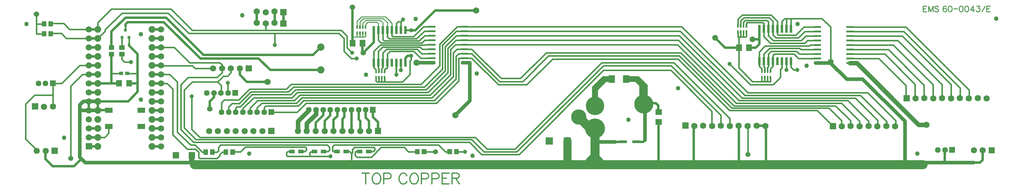
<source format=gtl>
G04 start of page 2 for group 3 layer_idx 0 *
G04 Title: AYAB-RS_E, top_copper *
G04 Creator: pcb-rnd 1.2.8 *
G04 CreationDate: 2018-05-30 20:35:32 UTC *
G04 For: Windell H. Oskay *
G04 Format: Gerber/RS-274X *
G04 PCB-Dimensions: 1100000 207000 *
G04 PCB-Coordinate-Origin: lower left *
%MOIN*%
%FSLAX25Y25*%
%LNTOP*%
%ADD63C,0.1200*%
%ADD62C,0.0300*%
%ADD61C,0.1250*%
%ADD60C,0.1100*%
%ADD59C,0.1480*%
%ADD58C,0.0910*%
%ADD57C,0.0350*%
%ADD56C,0.0352*%
%ADD55C,0.0360*%
%ADD54C,0.0380*%
%ADD53C,0.0650*%
%ADD52C,0.2100*%
%ADD51C,0.0800*%
%ADD50C,0.1700*%
%ADD49C,0.2050*%
%ADD48C,0.2200*%
%ADD47C,0.0636*%
%ADD46C,0.0679*%
%ADD45C,0.0560*%
%ADD44C,0.0460*%
%ADD43C,0.0001*%
%ADD42C,0.0750*%
%ADD41C,0.0700*%
%ADD40C,0.0119*%
%ADD39C,0.0200*%
%ADD38C,0.0900*%
%ADD37C,0.1000*%
%ADD36C,0.0600*%
%ADD35C,0.0500*%
%ADD34C,0.0150*%
%ADD33C,0.0100*%
%ADD32C,0.0400*%
%ADD31C,0.0250*%
G54D31*X95000Y125000D02*X85000D01*
X95000Y145000D02*X85000D01*
X95000Y155000D02*X85000D01*
Y95000D02*X84843Y95157D01*
X85000Y135000D02*X95000D01*
Y105000D02*X85000D01*
G54D32*X95000Y95000D02*X79000D01*
X75000Y91000D01*
X95000Y85000D02*X75000D01*
G54D31*X85000Y95000D02*Y85000D01*
X95000Y95000D02*Y85000D01*
G54D33*X95055Y85055D01*
G54D34*X65000Y31500D02*Y112000D01*
X29126Y114000D02*X29000Y113874D01*
X45185Y115689D02*Y89172D01*
X65000Y112000D02*X78000Y125000D01*
X44874Y115000D02*X45000Y114874D01*
X44874Y115000D02*X55000D01*
X75000Y135000D01*
X44874Y116000D02*X45185Y115689D01*
X15000Y92000D02*X25000Y102000D01*
X45185D01*
X78000Y125000D02*X85000D01*
X75000Y135000D02*X85000D01*
X54607Y170393D02*X60000Y165000D01*
X85500D01*
G54D32*X75000Y33000D02*X81000Y27000D01*
X75000Y33000D02*Y91000D01*
G54D31*X95000Y55000D02*X85000D01*
Y65000D02*X95000D01*
G54D34*X107000Y59500D02*Y67000D01*
X194000Y42000D02*X178000Y58000D01*
X199000Y64000D02*X208000Y55000D01*
X203500Y52500D02*X190500Y65500D01*
X187000Y63500D02*X201000Y49500D01*
X183000Y61000D02*X197500Y46500D01*
X202500D01*
X231000D02*X349000D01*
G54D31*X344382Y85000D02*Y79382D01*
X352256Y85000D02*Y79256D01*
X346028Y73028D01*
X368004Y77504D02*X365713Y75213D01*
X360130Y85000D02*Y78630D01*
X355870Y74370D01*
X368004Y85000D02*Y77504D01*
G54D34*X351500Y44000D02*X349000Y46500D01*
G54D31*X399500Y85000D02*Y77500D01*
X405083Y71917D01*
Y62000D01*
G54D34*X401500Y42700D02*X400500Y43700D01*
G54D31*X391626Y85000D02*Y76874D01*
X383752Y85000D02*Y74748D01*
X385398Y73102D01*
Y62000D01*
X375878Y85000D02*Y63378D01*
X391626Y76874D02*X395240Y73260D01*
Y62000D01*
X375878Y63378D02*X375000Y62500D01*
G54D34*X400500Y43700D02*X379200D01*
G54D31*X344382Y79382D02*X336185Y71185D01*
Y62000D01*
G54D35*X326343Y70343D02*Y62000D01*
X336508Y80508D02*X326343Y70343D01*
G54D31*X346028Y73028D02*Y62000D01*
X355870Y74370D02*Y62000D01*
X365713Y75213D02*Y62000D01*
G54D35*X336508Y85000D02*Y80508D01*
X316500Y72866D02*Y62000D01*
X328634Y85000D02*X316500Y72866D01*
G54D34*X279000Y83126D02*X279126Y83000D01*
Y88126D01*
X281000Y90000D01*
X263500Y83500D02*X264000Y83000D01*
X281000Y90000D02*X317000D01*
X271252Y83000D02*Y87752D01*
X315500Y83000D02*X287000D01*
X315500D02*X325500Y93000D01*
X271252Y87752D02*X276500Y93000D01*
X315000D01*
X263378Y83000D02*Y87378D01*
X239756Y83000D02*Y88756D01*
X243500Y92500D01*
X251500D01*
X255504Y83000D02*Y87004D01*
X247630Y83000D02*Y87630D01*
X249000Y89000D01*
X252500D01*
X470000Y93000D02*X325500D01*
G54D31*X95000Y45000D02*X85000D01*
X95055Y54945D02*X95000Y55000D01*
G54D34*X102500D01*
X107000Y59500D01*
G54D31*X95055Y85055D02*X107087D01*
G54D34*X15000Y53157D02*Y92000D01*
X775000Y84000D02*Y68000D01*
X785000D02*Y79500D01*
X795000Y76000D02*Y68000D01*
G54D31*X835000D02*Y28000D01*
X825000Y68000D02*X835000D01*
G54D34*X815000D02*Y36000D01*
G54D31*X805000Y68000D02*Y28000D01*
X755000Y68000D02*Y28000D01*
G54D35*X1001000Y72000D02*X1004000Y69000D01*
G54D34*X978500Y73500D02*Y68000D01*
G54D32*X988750Y72750D02*Y26250D01*
G54D35*X1004000Y69000D02*X1012500D01*
G54D34*X904500Y87500D02*X797000D01*
X799500Y90000D02*X912000D01*
X938500Y68000D02*Y73000D01*
X891500Y85000D02*X908500Y68000D01*
X794500Y85000D02*X891500D01*
X918500Y68000D02*Y73500D01*
X904500Y87500D01*
X912000Y90000D02*X928500Y73500D01*
Y68000D01*
X938500Y73000D02*X918500Y93000D01*
X802000D01*
X948500Y68000D02*Y73000D01*
X958500Y74000D02*Y68000D01*
X968500D02*Y72500D01*
G54D36*X199000Y35000D02*Y27000D01*
G54D34*X230000Y36000D02*Y34500D01*
X227000Y31500D01*
X207500D01*
X206500Y32500D01*
X376000Y37000D02*Y27000D01*
X304000Y35000D02*X305000Y34000D01*
X352500D02*X305000D01*
X380000Y35000D02*X382000Y33000D01*
X397800D01*
G54D37*X645500Y32500D02*X650000Y28000D01*
G54D34*X520000Y36000D02*X561500D01*
X367760Y39100D02*X373900D01*
X376000Y37000D01*
X393760Y39100D02*X399900D01*
X308860D02*X305100D01*
X358860D02*X355900D01*
X383860D02*X380600D01*
X343760D02*X349900D01*
X320760D02*X324100D01*
X305100D02*X304000Y38000D01*
Y35000D01*
X355900Y39100D02*X355000Y40000D01*
Y45000D01*
X356500Y46500D01*
X472240D01*
X456240Y39393D02*X456633Y39000D01*
X462000D01*
X469000D01*
X501500D02*X491980D01*
X479740D02*X484500D01*
X201000Y49500D02*X506500D01*
X334000Y39000D02*X331000D01*
X326000Y41000D02*Y43000D01*
X349900Y39100D02*X351500Y40700D01*
Y44000D01*
X408500Y43700D02*X434300D01*
X439000Y39000D01*
X399900Y39100D02*X401500Y40700D01*
Y42700D01*
X379200Y43700D02*X377000Y41500D01*
X324100Y39100D02*X326000Y41000D01*
Y43000D02*X324800Y44200D01*
X258200D01*
X228500Y40000D02*Y44000D01*
X231000Y46500D01*
X472240D02*X479740Y39000D01*
X439000D02*X448760D01*
X506500Y49500D02*X520000Y36000D01*
X559000Y39000D02*X522500D01*
X526000Y42000D02*X557000D01*
X380600Y39100D02*X380000Y38500D01*
Y35000D01*
G54D31*X688200Y50000D02*X699000D01*
G54D37*X645500Y28500D02*X645000Y28000D01*
X645500Y33500D02*X640000Y28000D01*
G54D31*X673600Y50000D02*X647000D01*
G54D32*X988750Y26250D02*X988500Y26000D01*
G54D31*X1032874Y40500D02*X1033000Y40374D01*
Y27000D01*
G54D32*X81000D02*X1065000D01*
G54D37*X1009000Y24500D02*X202000D01*
G54D34*X206500Y32500D02*Y38500D01*
X203000Y42000D01*
X194000D01*
X202500Y46500D02*X210500Y38500D01*
X214260D01*
X228500Y40000D02*X227000Y38500D01*
X232500D02*X230000Y36000D01*
X227000Y38500D02*X221740D01*
X244240Y38893D02*X252893D01*
X236760D02*X236367Y38500D01*
X232500D01*
X258200Y44200D02*X252893Y38893D01*
X331000Y39000D02*X329500Y37500D01*
X376000Y37000D02*X377000Y38000D01*
Y41500D01*
X397800Y33000D02*X408500Y43700D01*
X329500Y37500D02*Y34000D01*
G54D32*X645500Y50000D02*X668000D01*
G54D38*X615000Y51000D02*Y26500D01*
G54D31*X37000Y41000D02*Y31000D01*
G54D34*X27157Y41000D02*X15000Y53157D01*
G54D31*X37000Y31000D02*X45000Y23000D01*
X68500D01*
X76750Y31250D01*
G54D34*X522500Y39000D02*X509000Y52500D01*
X203500D02*X509000D01*
X208000Y55000D02*X513000D01*
X526000Y42000D01*
G54D31*X1065000Y27000D02*X1072000D01*
X1075000Y30000D01*
Y40000D02*Y30000D01*
X699000Y50000D02*X701000Y52000D01*
G54D32*Y92000D02*Y52000D01*
G54D31*X715607Y71989D02*X716000Y71596D01*
Y27000D01*
X715607Y83011D02*Y90393D01*
G54D32*X645500Y65000D02*X646000Y64500D01*
G54D31*X645500Y65000D02*X643000Y62500D01*
X645500Y65000D02*X648000Y62500D01*
G54D37*X627500Y77500D02*X641500Y63500D01*
X645500Y65000D02*Y28500D01*
Y65000D02*Y33500D01*
Y65000D02*Y32500D01*
X641500Y63500D02*X647000D01*
G54D31*X95000Y165000D02*X85000D01*
G54D34*X95000D02*X103000Y173000D01*
Y174500D01*
X121500Y147260D02*Y141500D01*
G54D31*X109607Y147260D02*X110000Y146867D01*
G54D34*X121760Y166134D02*X121500Y165874D01*
Y154740D01*
Y141500D02*X124500Y138500D01*
X131500D01*
X120457Y126000D02*X110000D01*
G54D31*X85000Y115000D02*X118489D01*
G54D34*X127149Y126000D02*X139000D01*
Y115000D02*X129511D01*
G54D31*X139000D02*X130000D01*
X110000Y146867D02*Y115000D01*
Y172500D02*Y154740D01*
X139000Y105500D02*Y126000D01*
Y147500D01*
X129500Y157000D01*
Y158500D01*
G54D34*X129240Y166134D02*X129500Y165874D01*
Y158500D01*
G54D31*X95000Y95000D02*X128500D01*
X139000Y105500D01*
X95000Y175000D02*X85000D01*
G54D34*X95000D02*Y182500D01*
X110000Y197500D01*
G54D31*X125500Y180500D02*X128000Y183000D01*
X125500Y180500D02*Y178500D01*
G54D34*Y174007D02*Y180000D01*
X103000Y174500D02*X121500Y193000D01*
G54D31*X125500Y188000D02*X110000Y172500D01*
G54D34*X199500Y174000D02*X266000D01*
X425500Y181500D02*Y174100D01*
G54D31*X446500Y174000D02*X468500Y196000D01*
G54D34*X433000Y186000D02*X430500Y183500D01*
Y174100D01*
Y183500D02*X427500D01*
X425500Y181500D01*
X195500Y170500D02*X362000D01*
G54D31*X271000Y193000D02*Y184000D01*
X291000Y193000D02*Y183000D01*
X300500Y181500D02*Y194000D01*
G54D34*X266000Y174000D03*
X281000Y183000D02*Y174000D01*
G54D31*X468500Y196000D02*X513500D01*
X376989Y159500D02*X377000Y199500D01*
X400500Y160500D02*Y174100D01*
G54D34*X364500Y174000D02*X371000Y167500D01*
X362000Y170500D02*X367500Y165000D01*
X110000Y197500D02*X176000D01*
X183000Y190500D01*
X35260Y181393D02*X34867Y181000D01*
X27000D01*
Y170000D02*X35260D01*
X42740Y181393D02*X57107D01*
X42740Y170393D02*X54607D01*
X121500Y193000D02*X173000D01*
G54D31*X128000Y183000D02*X168000D01*
X170500Y188000D02*X125500D01*
G54D34*X57107Y181393D02*X63500Y175000D01*
X84500D01*
X27000Y170000D02*Y192000D01*
X173000Y193000D02*X195500Y170500D01*
X183000Y190500D02*X187000Y186500D01*
X199500Y174000D01*
G54D31*X165000Y175000D02*X155000D01*
G54D34*X199500Y134500D02*X165500D01*
X165000Y135000D01*
Y155000D02*X179500D01*
X196500Y138000D01*
X232500Y131500D02*X233000Y132000D01*
X232500Y135500D02*X232472Y131500D01*
X196500Y138000D02*X230000D01*
X232500Y135500D01*
X232315Y132685D02*Y131500D01*
X222630D02*X202500D01*
X199500Y134500D01*
G54D31*X168000Y183000D02*X208500Y142500D01*
X232500D01*
D03*
X212000Y146500D02*X170500Y188000D01*
G54D34*X310000Y99000D02*X316000Y105000D01*
X453000Y114000D02*X309000D01*
X456500Y111000D02*X311500D01*
X314000Y108000D02*X458500D01*
X318500Y102000D02*X463000D01*
X460500Y105000D02*X316000D01*
X465000Y99000D02*X321000D01*
X462000Y168000D02*X458500D01*
X456400Y173000D02*X465000D01*
X456700Y168000D02*X459000D01*
X454000Y160000D02*X457000Y163000D01*
X465000D01*
X457000Y157500D02*X457500Y158000D01*
X465000D01*
X449000Y165600D02*X456400Y173000D01*
G54D33*X391450Y177307D02*X391500Y177357D01*
Y180500D01*
X394000Y183000D01*
X404000D01*
X405500Y181500D01*
G54D34*Y177200D02*Y163000D01*
X408500Y160000D01*
G54D33*X405500Y181500D02*Y175500D01*
X410500Y182500D02*Y174500D01*
X420500Y182000D02*Y176500D01*
X415500Y182500D02*Y176000D01*
X388300Y177307D02*Y181800D01*
X385150Y177307D02*Y183150D01*
X389000Y187000D01*
X382001Y177307D02*Y184001D01*
X387000Y189000D01*
G54D34*X371000Y167500D02*Y154500D01*
X376500Y149000D01*
D03*
X367500Y150500D02*X375500Y142500D01*
G54D33*X390500Y166500D02*X378000D01*
X376989Y165489D01*
Y159500D01*
G54D34*X375500Y142500D02*X381500D01*
G54D33*X388300Y181800D02*X391500Y185000D01*
X391450Y170614D02*X391500Y170564D01*
Y167500D01*
X390500Y166500D01*
X388300Y166800D02*Y170614D01*
X388000Y166500D02*X388300Y166800D01*
X385000Y166500D02*X385150Y166650D01*
Y170614D01*
X382000Y166500D02*X382001Y166501D01*
Y170614D01*
X391500Y185000D02*X408000D01*
X410500Y182500D01*
X389000Y187000D02*X411000D01*
X415500Y182500D01*
X387000Y189000D02*X413500D01*
X420500Y182000D01*
G54D34*X445500Y167900D02*X455600Y178000D01*
X444500Y166900D02*X446100Y168500D01*
X435500Y177200D02*Y174000D01*
Y174100D02*X435600Y174000D01*
G54D39*X442000D01*
G54D31*X446500D01*
G54D34*X408500Y160000D02*X454000D01*
X412000Y162300D02*X451000D01*
X448000Y164600D02*X417500D01*
X421500Y166900D02*X444500D01*
X407500Y157500D02*X457000D01*
X415500Y177200D02*Y166600D01*
X417500Y164600D02*X415500Y166600D01*
X420500Y177200D02*Y167900D01*
X421500Y166900D01*
X410500Y177200D02*Y163800D01*
X412000Y162300D01*
X451000D02*X456700Y168000D01*
X448950Y165550D02*X448000Y164600D01*
X494500Y148000D02*X509000D01*
X492500Y153000D02*X509000D01*
X492500D02*X488500Y149000D01*
X491500Y145000D02*X494500Y148000D01*
X462000Y153000D02*X454200D01*
X400500Y141000D02*Y150500D01*
X405500D02*Y137900D01*
X410500Y149000D02*Y137900D01*
X402953Y130147D02*X400500Y132600D01*
Y137900D01*
X405600Y131400D02*Y133000D01*
D03*
Y135602D01*
X415500Y141000D02*Y147500D01*
X418600Y150600D01*
G54D39*X425500Y137900D02*Y131500D01*
G54D34*X415500Y132100D02*Y137900D01*
X409252Y131252D02*X410600Y132600D01*
Y133400D01*
D03*
Y135602D01*
X413600Y131400D02*X414800D01*
X415500Y132100D01*
X430500Y129500D02*Y137900D01*
G54D31*X435500Y143000D02*Y137900D01*
G54D34*X440500Y124900D02*Y139700D01*
X442000Y141200D01*
Y145500D01*
G54D31*X438000D01*
X435500Y143000D01*
G54D39*X425500Y131500D02*Y124500D01*
G54D34*X406102Y128000D02*X406200Y128098D01*
X402953Y121307D02*X402900Y121254D01*
Y117500D01*
X403800Y116600D01*
X406200D02*X406102Y116698D01*
Y121307D01*
X403800Y116600D02*X432200D01*
X409200D02*X409252Y116652D01*
Y121307D01*
X412400Y116600D02*X412402Y116602D01*
Y121307D01*
X432200Y116600D02*X440500Y124900D01*
X406200Y128098D02*Y130800D01*
X409252Y128000D02*Y131252D01*
X412402Y128000D02*X412400Y128002D01*
Y130200D01*
X413600Y131400D01*
X402953Y128000D02*Y130147D01*
X406200Y130800D02*X405600Y131400D01*
X454200Y153000D02*X452000Y155200D01*
X444900Y150600D02*X452500Y143000D01*
G54D32*X465000Y138000D02*X448000D01*
G54D34*X462000Y148000D02*X453400D01*
X448500Y152900D01*
X400500Y150500D02*X407500Y157500D01*
G54D31*X389000Y149000D02*X388011Y149989D01*
Y156700D01*
X389000Y149000D02*X400500Y160500D01*
G54D34*X452000Y155200D02*X410200D01*
X405500Y150500D01*
X414400Y152900D02*X410500Y149000D01*
X448500Y152900D02*X414400D01*
X418600Y150600D02*X444900D01*
X493000Y178000D02*X473500Y158500D01*
X492000Y173000D02*X476500Y157500D01*
X479500Y155500D02*X492000Y168000D01*
X491500Y163000D02*X482500Y154000D01*
X485500Y152500D02*X491000Y158000D01*
X498000Y173000D02*X492000D01*
Y168000D02*X501000D01*
X498000Y163000D02*X491500D01*
X491000Y158000D02*X501000D01*
X467500Y96000D02*X323000D01*
X452500Y143000D02*X465000D01*
X473500Y134500D02*X453000Y114000D01*
G54D32*X462000Y138000D02*X467000D01*
G54D34*X476500Y131000D02*X456500Y111000D01*
X458500Y108000D02*X479500Y129000D01*
X482500Y127000D02*X460500Y105000D01*
X463000Y102000D02*X485500Y124500D01*
X495000Y143000D02*X509000D01*
G54D32*X506500Y138000D02*X499000D01*
G54D34*X495000Y143000D02*X494500Y142500D01*
G54D32*X507000Y95500D02*Y138000D01*
G54D34*X488500Y122500D02*X465000Y99000D01*
X467500Y96000D02*X491500Y120000D01*
X494500Y117500D02*X470000Y93000D01*
G54D32*X491000Y79500D02*X507000Y95500D01*
G54D34*X491500Y120000D02*Y145000D01*
X494500Y142500D02*Y117500D01*
X488500Y149000D02*Y122500D01*
X485500Y124500D02*Y152500D01*
X482500Y154000D02*Y127000D01*
X479500Y129000D02*Y155500D01*
X476500Y157500D02*Y131000D01*
X473500Y158500D02*Y134500D01*
X317000Y90000D02*X323000Y96000D01*
X266000Y174000D02*X364500D01*
G54D31*X273000Y142500D02*X285800Y129700D01*
X342000D01*
X278000Y146500D02*X333350Y146650D01*
X342000Y155300D01*
G54D34*X291000Y157500D02*Y170500D01*
X315000Y93000D02*X321000Y99000D01*
X312500Y96000D02*X318500Y102000D01*
X367500Y165000D02*Y150500D01*
X178000Y58000D02*Y108500D01*
X183000Y116500D02*Y61000D01*
X199000Y64000D02*Y100500D01*
X190500Y65500D02*Y107500D01*
X199500Y116500D01*
X187000Y113500D02*X195000Y121500D01*
X178000Y108500D02*X171500Y115000D01*
X174500Y125000D02*X183000Y116500D01*
X171500Y115000D02*X166000D01*
X239000Y115500D02*Y105331D01*
X199500Y116500D02*X227500D01*
X231500Y104331D02*X231000Y103831D01*
X227500Y116500D02*X231500Y112500D01*
G54D31*X223378Y104831D02*Y99378D01*
X219000Y95000D01*
Y86500D01*
G54D34*X231500Y112500D02*Y104331D01*
X231882Y83000D02*Y93382D01*
X235000Y96500D01*
X239000Y105331D02*X239500Y104831D01*
X235000Y96500D02*X251000D01*
X263378Y87378D02*X272000Y96000D01*
X312500D01*
X267500Y99000D02*X310000D01*
X266000Y102500D02*X308500D01*
X264500Y105500D02*X306000D01*
X263000Y108500D02*X303500D01*
X308500Y102500D02*X314000Y108000D01*
X306000Y105500D02*X311500Y111000D01*
X303500Y108500D02*X309000Y114000D01*
G54D31*X260000Y116500D02*X283000D01*
G54D34*X255504Y87004D02*X267500Y99000D01*
X252500Y89000D02*X266000Y102500D01*
X251500Y92500D02*X264500Y105500D01*
X251000Y96500D02*X263000Y108500D01*
X165000Y125000D02*X174500D01*
X195000Y121500D02*X227000D01*
G54D31*X232500Y142500D02*X273000D01*
G54D34*X242315Y131500D02*Y126815D01*
X238500Y123000D01*
X234000D01*
X227000Y121500D02*X232500Y127000D01*
Y131500D01*
G54D31*X252157D02*Y124343D01*
X260000Y116500D01*
G54D34*X234000Y123000D02*X227500Y116500D01*
G54D31*X278000Y146500D02*X212000D01*
G54D34*X540000Y117000D02*X509000Y148000D01*
X541500Y120500D02*X563000D01*
X591500Y149000D01*
X594000Y145500D02*X565500Y117000D01*
X540000D01*
X591500Y149000D02*X740500D01*
X739000Y145500D02*X594000D01*
G54D31*X690000Y120500D02*X691500D01*
G54D34*X598500Y142000D02*X737500D01*
G54D31*X680000Y120500D02*X689500D01*
X680000D02*X681000Y121500D01*
X693500D01*
X692000Y120500D02*X690000D01*
X663000Y121500D02*X663500Y121000D01*
X665500Y121500D02*X654500D01*
X658000Y121000D02*X657500Y121500D01*
X655500D01*
X661500Y118000D02*X658000D01*
X659500Y121500D01*
X661000Y120000D02*X660500Y119500D01*
X664000Y120500D02*X661500Y118000D01*
X659500Y121500D02*X663000D01*
X663500Y121000D02*Y120000D01*
X661000D01*
X680000Y120500D02*Y118000D01*
X690500D01*
X689500Y120500D02*X696000Y114000D01*
X702500Y112500D02*X694500Y120500D01*
X693500Y121500D02*X698500Y116500D01*
X690500Y118000D02*X699500Y109000D01*
X697500Y115000D02*X692000Y120500D01*
X691500D02*X701000Y111000D01*
X696000Y114000D02*Y96500D01*
X698500Y94000D01*
X702500Y98000D01*
Y112500D01*
X697500Y94000D02*Y115000D01*
X701000Y111000D02*Y101000D01*
X645500Y106000D02*X657500Y118000D01*
X662000D01*
X654500Y121500D02*X643500Y110500D01*
X647500D02*X658000Y121000D01*
X655500Y121500D02*X645500Y111500D01*
X643500Y110500D02*Y96500D01*
X645500Y94500D01*
X647500Y96500D01*
Y110500D01*
X713000Y93000D02*X704500D01*
G54D34*X570000Y113500D02*X598500Y142000D01*
X538500Y113500D02*X570000D01*
X538500D02*X509000Y143000D01*
Y153000D02*X541500Y120500D01*
X491000Y158000D02*X737000D01*
X738000Y163000D02*X491500D01*
X492000Y168000D02*X739000D01*
X740000Y173000D02*X492000D01*
X493000Y178000D02*X741500D01*
X455600D02*X465000D01*
X653000Y138000D02*X733000D01*
X655000Y129500D02*X729500D01*
G54D31*X715607Y90393D02*X713000Y93000D01*
G54D34*X730000Y134500D02*X655000D01*
G54D31*X699500Y109000D02*Y92000D01*
X697500Y94000D01*
G54D34*X785000Y79500D02*X730000Y134500D01*
X733000Y138000D02*X795000Y76000D01*
X729500Y129500D02*X775000Y84000D01*
X797000Y87500D02*X739000Y145500D01*
X737500Y142000D02*X794500Y85000D01*
X740500Y149000D02*X799500Y90000D01*
X802000Y93000D02*X737000Y158000D01*
X805000Y96000D02*X738000Y163000D01*
X739000Y168000D02*X808500Y98500D01*
X811500Y101500D02*X740000Y173000D01*
X807000Y166500D02*X806850Y166650D01*
Y171500D01*
X803701Y166799D02*X804000Y166500D01*
X810000D02*Y171500D01*
G54D31*X789500Y154500D02*X804989D01*
G54D34*X803701Y171500D02*Y166799D01*
X741500Y178000D02*X815000Y104500D01*
G54D31*X778500Y165500D02*X789500Y154500D01*
G54D34*X804000Y166500D02*X812500D01*
X813150Y167150D01*
Y171500D01*
X804989Y154489D02*Y132011D01*
X805000Y166500D02*X804989Y154500D01*
G54D31*X823500D02*X816011D01*
X820000Y164000D02*X827500D01*
G54D34*X794500Y136500D02*X817500Y113500D01*
X804989Y132011D02*X820000Y117000D01*
X827500Y140500D02*Y134000D01*
Y140500D02*Y150000D01*
G54D31*Y175600D02*Y158500D01*
X823500Y154500D01*
G54D34*X814000Y182500D02*X831500D01*
X813150Y178193D02*Y181650D01*
X814000Y182500D01*
X810000Y178193D02*Y183000D01*
X812000Y185000D01*
X836000D01*
X837500Y183500D02*Y179000D01*
X806850Y178193D02*Y184350D01*
X810500Y188000D01*
X803701Y178193D02*Y186201D01*
X808500Y191000D01*
X837500Y176700D02*Y168000D01*
X831500Y182500D02*X832500Y181500D01*
Y177000D01*
X836000Y185000D02*X837500Y183500D01*
X810500Y188000D02*X838500D01*
X842500Y184000D01*
Y179000D01*
X808500Y191000D02*X840500D01*
X827500Y150000D02*X834000Y156500D01*
X838700Y153700D02*X832500Y147500D01*
X833500Y129193D02*Y132500D01*
X832500Y133500D01*
X827500Y134000D02*X830351Y131149D01*
Y128193D01*
Y121500D02*Y117149D01*
X832500Y147500D02*Y137400D01*
Y133500D02*Y137500D01*
X830351Y117149D02*X830500Y117000D01*
X839800D01*
Y117200D01*
X817500Y113500D02*X843000D01*
X820000Y117000D02*X830351D01*
X833500D02*Y121500D01*
X836500Y117000D02*X836650Y117150D01*
Y121500D01*
X839800Y117200D02*Y121500D01*
X837500Y147500D02*Y137400D01*
Y139400D02*Y133500D01*
X836650Y132650D01*
Y128193D01*
X839800D02*Y131300D01*
X832500Y167000D02*X840000Y159500D01*
X843000Y113500D02*X851000Y121500D01*
Y130500D01*
X840500Y150500D02*X837500Y147500D01*
X842500Y140000D02*Y146000D01*
X844000Y147500D01*
X839800Y131300D02*X842500Y134000D01*
Y140000D01*
X851000Y130500D02*X852500Y132000D01*
Y139400D02*Y132000D01*
Y184000D02*Y175600D01*
X832500Y176700D02*Y167000D01*
X837500Y168000D02*X843000Y162500D01*
X840500Y191000D02*X847500Y184000D01*
Y179000D01*
X842500Y176700D02*Y169000D01*
X847500Y176700D02*Y169500D01*
X846000Y165500D02*X842500Y169000D01*
X847500Y169500D02*X848500Y168500D01*
X840000Y159500D02*X878000D01*
X843000Y162500D02*X874000D01*
X871000Y165500D02*X846000D01*
X848500Y168500D02*X868000D01*
X834000Y156500D02*X883000D01*
X872000Y153700D02*X838700D01*
X883000Y156500D02*X884000Y157500D01*
X869000Y150500D02*X840500D01*
X844000Y147500D02*X866000D01*
X878000Y159500D02*X881000Y162500D01*
X874000D02*X879000Y167500D01*
X889000Y152500D02*X874000D01*
X872000Y153700D01*
X884000Y147500D02*X877500D01*
X872000D01*
X881000Y162500D02*X892000D01*
X884000Y157500D02*X892000D01*
X889000Y147500D02*X884000D01*
X872000D02*X869000Y150500D01*
X871000Y165500D02*X878000Y172500D01*
X881500D01*
X866000Y147500D02*X871000Y142500D01*
X862500D02*Y133000D01*
X865500Y130000D01*
X869500D01*
X857500Y142500D02*Y130000D01*
X871000Y142500D02*X892000D01*
G54D32*X906500Y137500D02*X892000D01*
X895000D02*X890000D01*
G54D34*X906500Y177500D02*Y137500D01*
X868000Y168500D02*X877000Y177500D01*
X862500Y187000D02*Y175600D01*
X857500D02*Y187000D01*
X889000Y167500D02*X885500D01*
X881400Y172500D02*X892000D01*
X877000Y177500D02*X892000D01*
X879000Y167500D02*X886000D01*
X897000Y187000D02*X906500Y177500D01*
X897000Y187000D02*X855500D01*
X852500Y184000D01*
X925500Y96000D02*X805000D01*
X808500Y98500D02*X934000D01*
X939500Y101500D02*X811500D01*
X815000Y104500D02*X947500D01*
X561500Y36000D02*X655000Y129500D01*
G54D31*X645500Y90000D02*Y111500D01*
G54D34*X655000Y134500D02*X559000Y39000D01*
X557000Y42000D02*X653000Y138000D01*
X987500Y172500D02*X928000D01*
Y167500D02*X986000D01*
X981000Y162500D02*X928000D01*
Y157500D02*X976000D01*
X970500Y152500D02*X928000D01*
Y147500D02*X966500D01*
X976000Y157500D02*X1020000Y113500D01*
X966500Y147500D02*X1000000Y114000D01*
X948500Y73000D02*X925500Y96000D01*
X934000Y98500D02*X958500Y74000D01*
X968500Y72500D02*X939500Y101500D01*
X960000Y142500D02*X928000D01*
X990000Y112500D02*X960000Y142500D01*
G54D32*X988750Y72750D02*X942000Y119500D01*
G54D34*X947500Y104500D02*X978500Y73500D01*
G54D35*X935436Y137564D02*X1001000Y72000D01*
G54D34*X928000Y177500D02*X990000D01*
G54D35*X928000Y137500D02*X935269Y137563D01*
G54D32*X942000Y119500D02*X924500D01*
X906000Y138000D01*
G54D34*X986000Y167500D02*X1040000Y113500D01*
X1030000D02*X981000Y162500D01*
X1010000Y113000D02*X970500Y152500D01*
X990000Y177500D02*X1060000Y107500D01*
X1050000Y110000D02*X987500Y172500D01*
X1020000Y113500D02*Y98000D01*
X1010000D02*Y113000D01*
X1000000Y114000D02*Y98000D01*
X990000D02*Y112500D01*
X1060000Y107500D02*Y98000D01*
X1050000D02*Y110000D01*
X1040000Y113500D02*Y98000D01*
X1030000D02*Y113500D01*
G54D31*X165000Y165000D02*X155000D01*
X165000Y155000D02*X155000D01*
X165000Y145000D02*X155000D01*
X165000Y105000D02*X155000D01*
X165000Y135000D02*X155000D01*
X165000Y125000D02*X155000D01*
X165000Y115000D02*X155000D01*
X165000Y95000D02*X155000D01*
G54D34*X187000Y113500D02*Y63500D01*
G54D31*X165000Y85000D02*X155000D01*
X165000Y75000D02*X155000D01*
X165000Y65000D02*X155000D01*
X165000Y45000D02*X155000D01*
X165000Y55000D02*X155000D01*
G54D33*X1009000Y200900D02*Y194500D01*
Y200900D02*X1012962D01*
X1009000Y197852D02*X1011437D01*
X1009000Y194500D02*X1012962D01*
X1014882Y200900D02*Y194500D01*
Y200900D02*X1017318Y194500D01*
X1019758Y200900D02*X1017318Y194500D01*
X1019758Y200900D02*Y194500D01*
X1025944Y199985D02*X1025334Y200594D01*
X1024421Y200900D01*
X1023202D02*X1024421D01*
X1023202D02*X1022286Y200594D01*
X1021678Y199985D01*
Y199377D01*
X1021981Y198766D01*
X1022286Y198462D01*
X1022898Y198158D01*
X1024726Y197548D01*
X1025334Y197242D01*
X1025638Y196938D01*
X1025944Y196329D01*
Y195414D01*
X1025334Y194806D01*
X1024421Y194500D01*
X1023202D02*X1024421D01*
X1023202D02*X1022286Y194806D01*
X1021678Y195414D01*
X1034400Y199986D02*X1034096Y200596D01*
X1033181Y200900D01*
X1032573D02*X1033181D01*
X1032573D02*X1031656Y200596D01*
X1031048Y199682D01*
X1030744Y198159D01*
Y196634D01*
X1031048Y195415D01*
X1031656Y194806D01*
X1032573Y194500D01*
X1032877D01*
X1033790Y194806D01*
X1034400Y195415D01*
X1034704Y196330D01*
Y196634D02*Y196330D01*
Y196634D02*X1034400Y197548D01*
X1033790Y198159D01*
X1032877Y198462D01*
X1032573D02*X1032877D01*
X1032573D02*X1031656Y198159D01*
X1031048Y197548D01*
X1030744Y196634D01*
X1038453Y200900D02*X1037539Y200596D01*
X1036928Y199682D01*
X1036624Y198159D01*
Y197244D01*
X1036928Y195719D01*
X1037539Y194806D01*
X1038453Y194500D01*
X1039062D01*
X1039976Y194806D01*
X1040586Y195719D01*
X1040891Y197244D01*
Y198159D02*Y197244D01*
Y198159D02*X1040586Y199682D01*
X1039976Y200596D01*
X1039062Y200900D01*
X1038453D02*X1039062D01*
X1042811Y197700D02*X1046811D01*
X1050560Y200900D02*X1049646Y200596D01*
X1049035Y199682D01*
X1048731Y198159D01*
Y197244D01*
X1049035Y195719D01*
X1049646Y194806D01*
X1050560Y194500D01*
X1051170D01*
X1052083Y194806D01*
X1052693Y195719D01*
X1052998Y197244D01*
Y198159D02*Y197244D01*
Y198159D02*X1052693Y199682D01*
X1052083Y200596D01*
X1051170Y200900D01*
X1050560D02*X1051170D01*
X1056747D02*X1055834Y200596D01*
X1055222Y199682D01*
X1054918Y198159D01*
Y197244D01*
X1055222Y195719D01*
X1055834Y194806D01*
X1056747Y194500D01*
X1057357D01*
X1058270Y194806D01*
X1058880Y195719D01*
X1059186Y197244D01*
Y198159D02*Y197244D01*
Y198159D02*X1058880Y199682D01*
X1058270Y200596D01*
X1057357Y200900D01*
X1056747D02*X1057357D01*
X1064152D02*X1061106Y196634D01*
X1065675D01*
X1064152Y200900D02*Y194500D01*
X1068203Y200900D02*X1071555D01*
X1069726Y198462D01*
X1070642D01*
X1071250Y198159D01*
X1071555Y197854D01*
X1071861Y196938D01*
Y196330D01*
X1071555Y195415D01*
X1070947Y194806D01*
X1070032Y194500D01*
X1069118D02*X1070032D01*
X1069118D02*X1068203Y194806D01*
X1067899Y195111D01*
X1067595Y195719D01*
X1077382Y200900D02*X1073781Y194500D01*
X1079302Y200900D02*Y194500D01*
Y200900D02*X1083264D01*
X1079302Y197852D02*X1081739D01*
X1079302Y194500D02*X1083264D01*
G54D40*X391472Y15020D02*Y3100D01*
X387500Y15020D02*X395445D01*
X402424D02*X401291Y14451D01*
X400153Y13315D01*
X399587Y12183D01*
X399021Y10478D01*
Y7642D01*
X399587Y5934D01*
Y5937D02*X400153Y4802D01*
X401291Y3669D01*
X402424Y3100D01*
X404698D01*
X405830Y3669D01*
X406965Y4802D01*
X407535Y5937D01*
X408098Y7642D01*
Y10478D02*Y7642D01*
Y10478D02*X407535Y12183D01*
X406965Y13315D01*
X405830Y14451D01*
X404698Y15020D01*
X402424D02*X404698D01*
X411674D02*Y3100D01*
Y15020D02*X416782D01*
X418483Y14451D01*
X419052Y13885D01*
X419618Y12749D01*
Y11045D01*
X419052Y9912D01*
X418483Y9343D01*
X416782Y8777D01*
X411674D02*X416782D01*
X437072Y12183D02*X436503Y13315D01*
X435368Y14451D01*
X434235Y15020D01*
X431962D02*X434235D01*
X431962D02*X430829Y14451D01*
X429691Y13315D01*
X429125Y12183D01*
X428558Y10478D01*
Y7639D01*
X429125Y5937D01*
X429691Y4802D01*
X430829Y3669D01*
X431962Y3100D01*
X434235D01*
X435368Y3669D01*
X436503Y4802D01*
X437072Y5937D01*
X444052Y15020D02*X442919Y14451D01*
X441781Y13315D01*
X441215Y12183D01*
X440648Y10478D01*
Y7642D01*
X441215Y5934D01*
Y5937D02*X441781Y4802D01*
X442919Y3669D01*
X444052Y3100D01*
X446325D01*
X447458Y3669D01*
X448593Y4802D01*
X449162Y5937D01*
X449725Y7642D01*
Y10478D02*Y7642D01*
Y10478D02*X449162Y12183D01*
X448593Y13315D01*
X447458Y14451D01*
X446325Y15020D01*
X444052D02*X446325D01*
X453301D02*Y3100D01*
Y15020D02*X458409D01*
X460111Y14451D01*
X460680Y13885D01*
X461246Y12749D01*
Y11045D01*
X460680Y9912D01*
X460111Y9343D01*
X458409Y8777D01*
X453301D02*X458409D01*
X464822Y15020D02*Y3100D01*
Y15020D02*X469930D01*
X471631Y14451D01*
X472201Y13885D01*
X472767Y12749D01*
Y11045D01*
X472201Y9912D01*
X471631Y9343D01*
X469930Y8777D01*
X464822D02*X469930D01*
X476343Y15020D02*Y3100D01*
Y15020D02*X483721D01*
X476343Y9343D02*X480881D01*
X476343Y3100D02*X483721D01*
X487297Y15020D02*Y3100D01*
Y15020D02*X492405D01*
X494107Y14451D01*
X494676Y13885D01*
X495242Y12749D01*
Y11614D01*
X494676Y10478D01*
X494107Y9912D01*
X492405Y9343D01*
X487297D02*X492405D01*
X491270D02*X495242Y3100D01*
G54D41*X85000Y115000D03*
Y125000D03*
Y135000D03*
G54D42*X95000Y125000D03*
Y135000D03*
G54D43*G36*
X121638Y118542D02*X115340D01*
Y111458D01*
X121638D01*
Y118542D01*
G37*
G36*
X132660D02*X126362D01*
Y111458D01*
X132660D01*
Y118542D01*
G37*
G36*
X118488Y127968D02*Y124032D01*
X122820D01*
Y127968D01*
X118488D01*
G37*
G36*
X125180D02*Y124032D01*
X129512D01*
Y127968D01*
X125180D01*
G37*
G54D44*X131500Y138500D03*
G54D41*X85000Y85000D03*
Y95000D03*
Y105000D03*
G54D42*X95000Y85000D03*
G54D43*G36*
X102953Y87811D02*Y82299D01*
X111221D01*
Y87811D01*
X102953D01*
G37*
G54D42*X95000Y95000D03*
Y105000D03*
Y115000D03*
G54D41*X85000Y65000D03*
Y75000D03*
G54D45*X65000Y31500D03*
G54D43*G36*
X81500Y48500D02*X88500D01*
Y41500D01*
X81500D01*
Y48500D01*
G37*
G54D41*X85000Y55000D03*
G54D42*X95000Y45000D03*
G54D35*X57500Y54500D03*
G54D42*X95000Y55000D03*
Y65000D03*
Y75000D03*
G54D43*G36*
X102953Y69701D02*Y64189D01*
X111221D01*
Y69701D01*
X102953D01*
G37*
G54D41*X165000Y135000D03*
Y125000D03*
Y115000D03*
Y105000D03*
Y95000D03*
Y85000D03*
G54D42*X155000Y135000D03*
Y125000D03*
Y115000D03*
Y105000D03*
Y95000D03*
Y85000D03*
G54D46*X232472Y131500D03*
X222630D03*
G54D47*X231252Y104331D03*
X223378D03*
G54D46*X252157Y131500D03*
X242315D03*
G54D47*X239126Y104331D03*
X215504D03*
X231882Y83000D03*
G54D43*G36*
X243819Y107512D02*X250181D01*
Y101150D01*
X243819D01*
Y107512D01*
G37*
G54D47*X247630Y83000D03*
X239756D03*
X263378D03*
X255504D03*
X279126D03*
X271252D03*
G54D41*X283000Y116500D03*
G54D43*G36*
X258606Y134894D02*X265394D01*
Y128106D01*
X258606D01*
Y134894D01*
G37*
G54D41*X165000Y75000D03*
G54D42*X155000D03*
G54D43*G36*
X138779Y87811D02*Y82299D01*
X147047D01*
Y87811D01*
X138779D01*
G37*
G54D35*X142500Y97000D03*
G54D41*X165000Y65000D03*
G54D42*X155000D03*
G54D43*G36*
X138779Y69701D02*Y64189D01*
X147047D01*
Y69701D01*
X138779D01*
G37*
G54D46*X218102Y62000D03*
X247630D03*
X237787D03*
X227945D03*
X277157D03*
X267315D03*
X257472D03*
G54D41*X165000Y55000D03*
G54D42*X155000D03*
G54D41*X165000Y45000D03*
G54D42*X155000D03*
G54D43*G36*
X178000Y38500D02*X185000D01*
Y31500D01*
X178000D01*
Y38500D01*
G37*
G36*
X216819Y41452D02*X211701D01*
Y35548D01*
X216819D01*
Y41452D01*
G37*
G36*
X195500Y38500D02*X202500D01*
Y31500D01*
X195500D01*
Y38500D01*
G37*
G36*
X239319Y41452D02*X234201D01*
Y35548D01*
X239319D01*
Y41452D01*
G37*
G36*
X246799D02*X241681D01*
Y35548D01*
X246799D01*
Y41452D01*
G37*
G36*
X224299D02*X219181D01*
Y35548D01*
X224299D01*
Y41452D01*
G37*
G54D35*X262500Y37000D03*
G54D36*X219000Y86500D03*
G54D44*X199000Y100500D03*
X239000Y115500D03*
G54D43*G36*
X283606Y65393D02*X290394D01*
Y58607D01*
X283606D01*
Y65393D01*
G37*
G36*
X283819Y86181D02*X290181D01*
Y79819D01*
X283819D01*
Y86181D01*
G37*
G54D44*X501500Y39000D03*
G54D45*X469000D03*
G54D41*X491000Y79500D03*
G54D43*G36*
X611000Y55000D02*X619000D01*
Y47000D01*
X611000D01*
Y55000D01*
G37*
G36*
X591000D02*X599000D01*
Y47000D01*
X591000D01*
Y55000D01*
G37*
G36*
X672150Y51450D02*Y48550D01*
X680750D01*
Y51450D01*
X672150D01*
G37*
G54D48*X645500Y65000D03*
G54D43*G36*
X667500Y124000D02*X660500D01*
Y115500D01*
X667500D01*
Y124000D01*
G37*
G36*
X683500D02*X676500D01*
Y115500D01*
X683500D01*
Y124000D01*
G37*
G54D35*X514500Y126000D03*
G54D49*X645500Y90000D03*
G54D50*X627500Y77500D03*
G54D43*G36*
X487059Y41952D02*X481941D01*
Y36048D01*
X487059D01*
Y41952D01*
G37*
G36*
X494539D02*X489421D01*
Y36048D01*
X494539D01*
Y41952D01*
G37*
G36*
X840686Y123272D02*X838914D01*
Y119728D01*
X840686D01*
Y123272D01*
G37*
G36*
Y129965D02*X838914D01*
Y126421D01*
X840686D01*
Y129965D01*
G37*
G36*
X837536Y123272D02*X835764D01*
Y119728D01*
X837536D01*
Y123272D01*
G37*
G36*
Y129965D02*X835764D01*
Y126421D01*
X837536D01*
Y129965D01*
G37*
G36*
X834386Y123272D02*X832614D01*
Y119728D01*
X834386D01*
Y123272D01*
G37*
G36*
Y129965D02*X832614D01*
Y126421D01*
X834386D01*
Y129965D01*
G37*
G54D44*X857500Y130000D03*
G54D43*G36*
X831237Y123272D02*X829465D01*
Y119728D01*
X831237D01*
Y123272D01*
G37*
G36*
Y129965D02*X829465D01*
Y126421D01*
X831237D01*
Y129965D01*
G37*
G36*
X686750Y51450D02*Y48550D01*
X695250D01*
Y51450D01*
X686750D01*
G37*
G54D35*X682500Y74500D03*
G54D41*X755473Y67606D03*
G54D43*G36*
X712458Y75138D02*Y68840D01*
X719542D01*
Y75138D01*
X712458D01*
G37*
G36*
Y86160D02*Y79862D01*
X719542D01*
Y86160D01*
X712458D01*
G37*
G54D35*X737500Y109500D03*
G54D43*G36*
X742130Y71500D02*X749130D01*
Y64500D01*
X742130D01*
Y71500D01*
G37*
G54D41*X765315Y68000D03*
X775158Y67606D03*
X785000Y68000D03*
X794843Y67606D03*
X804685Y68000D03*
X814528Y67606D03*
X824370Y68000D03*
X834213Y67606D03*
G54D43*G36*
X381910Y41050D02*Y37150D01*
X387810D01*
Y41050D01*
X381910D01*
G37*
G36*
X366810D02*Y37150D01*
X372710D01*
Y41050D01*
X366810D01*
G37*
G54D46*X375555Y62000D03*
G54D43*G36*
X396319Y88681D02*X402681D01*
Y82319D01*
X396319D01*
Y88681D01*
G37*
G54D47*X391626Y85500D03*
X383752D03*
G54D43*G36*
X391810Y41050D02*Y37150D01*
X397710D01*
Y41050D01*
X391810D01*
G37*
G36*
X401690Y65393D02*X408476D01*
Y58607D01*
X401690D01*
Y65393D01*
G37*
G54D46*X395240Y62000D03*
X385398D03*
G54D47*X375878Y85500D03*
G54D46*X365713Y62000D03*
G54D47*X368004Y85500D03*
X360130D03*
X352256D03*
G54D46*X355870Y62000D03*
X346028D03*
G54D47*X344382Y85500D03*
X336508D03*
X328634D03*
G54D46*X336185Y62000D03*
X326343D03*
X316500D03*
G54D43*G36*
X451319Y41952D02*X446201D01*
Y36048D01*
X451319D01*
Y41952D01*
G37*
G36*
X458799D02*X453681D01*
Y36048D01*
X458799D01*
Y41952D01*
G37*
G36*
X316810Y41050D02*Y37150D01*
X322710D01*
Y41050D01*
X316810D01*
G37*
G36*
X306910D02*Y37150D01*
X312810D01*
Y41050D01*
X306910D01*
G37*
G36*
X331910D02*Y37150D01*
X337810D01*
Y41050D01*
X331910D01*
G37*
G54D35*X510000Y34500D03*
G54D44*X352500Y34000D03*
G54D43*G36*
X341810Y41050D02*Y37150D01*
X347710D01*
Y41050D01*
X341810D01*
G37*
G36*
X356910D02*Y37150D01*
X362810D01*
Y41050D01*
X356910D01*
G37*
G54D51*X342000Y129700D03*
G54D35*X392000Y124500D03*
G54D41*X448000Y138000D03*
G54D44*X425500Y124500D03*
X430500Y129500D03*
G54D43*G36*
X461000Y139000D02*Y137000D01*
X469000D01*
Y139000D01*
X461000D01*
G37*
G36*
X497000D02*Y137000D01*
X505000D01*
Y139000D01*
X497000D01*
G37*
G36*
X413288Y123079D02*X411516D01*
Y119535D01*
X413288D01*
Y123079D01*
G37*
G36*
Y129772D02*X411516D01*
Y126228D01*
X413288D01*
Y129772D01*
G37*
G36*
X410138Y123079D02*X408366D01*
Y119535D01*
X410138D01*
Y123079D01*
G37*
G36*
X406988D02*X405216D01*
Y119535D01*
X406988D01*
Y123079D01*
G37*
G36*
X403839D02*X402067D01*
Y119535D01*
X403839D01*
Y123079D01*
G37*
G36*
X410138Y129772D02*X408366D01*
Y126228D01*
X410138D01*
Y129772D01*
G37*
G36*
X406988D02*X405216D01*
Y126228D01*
X406988D01*
Y129772D01*
G37*
G36*
X403839D02*X402067D01*
Y126228D01*
X403839D01*
Y129772D01*
G37*
G54D44*X869500Y130000D03*
X794500Y136500D03*
G54D43*G36*
X888000Y138500D02*Y136500D01*
X896000D01*
Y138500D01*
X888000D01*
G37*
G36*
X905500Y71000D02*X912500D01*
Y64000D01*
X905500D01*
Y71000D01*
G37*
G36*
X924000Y138500D02*Y136500D01*
X932000D01*
Y138500D01*
X924000D01*
G37*
G36*
X987130Y102000D02*X994130D01*
Y95000D01*
X987130D01*
Y102000D01*
G37*
G54D41*X918843Y67106D03*
X928685Y67500D03*
X938528Y67106D03*
X948370Y67500D03*
X958213Y67106D03*
X968055Y67500D03*
X977898Y67106D03*
G54D46*X1065158Y40500D03*
G54D43*G36*
X1037819Y44181D02*X1044181D01*
Y37819D01*
X1037819D01*
Y44181D01*
G37*
G54D47*X1033126Y41000D03*
X1025252D03*
G54D41*X1000473Y98106D03*
X1010315Y98500D03*
X1020158Y98106D03*
X1030000Y98500D03*
X1039843Y98106D03*
X1049685Y98500D03*
X1059528Y98106D03*
X1069370Y98500D03*
G54D46*X1075000Y40500D03*
G54D41*X1079213Y98106D03*
G54D35*X880000Y134500D03*
G54D43*G36*
X1081450Y43894D02*X1088236D01*
Y37106D01*
X1081450D01*
Y43894D01*
G37*
G54D35*X1002500Y37000D03*
G54D52*X699500Y92000D03*
G54D53*X778500Y165500D03*
G54D43*G36*
X843700Y143700D02*X841300D01*
Y135100D01*
X843700D01*
Y143700D01*
G37*
G36*
X808138Y158042D02*X801840D01*
Y150958D01*
X808138D01*
Y158042D01*
G37*
G36*
X819160D02*X812862D01*
Y150958D01*
X819160D01*
Y158042D01*
G37*
G36*
X828700Y143700D02*X826300D01*
Y135100D01*
X828700D01*
Y143700D01*
G37*
G36*
X833700D02*X831300D01*
Y135100D01*
X833700D01*
Y143700D01*
G37*
G36*
X838700D02*X836300D01*
Y135100D01*
X838700D01*
Y143700D01*
G37*
G36*
X848700D02*X846300D01*
Y135100D01*
X848700D01*
Y143700D01*
G37*
G36*
X853700D02*X851300D01*
Y135100D01*
X853700D01*
Y143700D01*
G37*
G36*
X858700D02*X856300D01*
Y135100D01*
X858700D01*
Y143700D01*
G37*
G36*
X888000Y143500D02*Y141500D01*
X896000D01*
Y143500D01*
X888000D01*
G37*
G36*
X863700Y143700D02*X861300D01*
Y135100D01*
X863700D01*
Y143700D01*
G37*
G36*
X888000Y163500D02*Y161500D01*
X896000D01*
Y163500D01*
X888000D01*
G37*
G36*
Y158500D02*Y156500D01*
X896000D01*
Y158500D01*
X888000D01*
G37*
G36*
Y153500D02*Y151500D01*
X896000D01*
Y153500D01*
X888000D01*
G37*
G36*
Y148500D02*Y146500D01*
X896000D01*
Y148500D01*
X888000D01*
G37*
G54D45*X815000Y36000D03*
G54D53*X906500Y139000D03*
X820000Y164000D03*
G54D43*G36*
X888000Y168500D02*Y166500D01*
X896000D01*
Y168500D01*
X888000D01*
G37*
G54D41*X1012500Y69000D03*
G54D35*X1090000Y187000D03*
G54D43*G36*
X863700Y179900D02*X861300D01*
Y171300D01*
X863700D01*
Y179900D01*
G37*
G36*
X858700D02*X856300D01*
Y171300D01*
X858700D01*
Y179900D01*
G37*
G36*
X853700D02*X851300D01*
Y171300D01*
X853700D01*
Y179900D01*
G37*
G36*
X848700D02*X846300D01*
Y171300D01*
X848700D01*
Y179900D01*
G37*
G36*
X843700D02*X841300D01*
Y171300D01*
X843700D01*
Y179900D01*
G37*
G36*
X888000Y178500D02*Y176500D01*
X896000D01*
Y178500D01*
X888000D01*
G37*
G36*
X924000D02*Y176500D01*
X932000D01*
Y178500D01*
X924000D01*
G37*
G36*
X838700Y179900D02*X836300D01*
Y171300D01*
X838700D01*
Y179900D01*
G37*
G36*
X833700D02*X831300D01*
Y171300D01*
X833700D01*
Y179900D01*
G37*
G36*
X814036Y173772D02*X812264D01*
Y170228D01*
X814036D01*
Y173772D01*
G37*
G36*
Y180465D02*X812264D01*
Y176921D01*
X814036D01*
Y180465D01*
G37*
G36*
X810886Y173772D02*X809114D01*
Y170228D01*
X810886D01*
Y173772D01*
G37*
G36*
Y180465D02*X809114D01*
Y176921D01*
X810886D01*
Y180465D01*
G37*
G36*
X807736Y173772D02*X805964D01*
Y170228D01*
X807736D01*
Y173772D01*
G37*
G36*
Y180465D02*X805964D01*
Y176921D01*
X807736D01*
Y180465D01*
G37*
G36*
X828700Y179900D02*X826300D01*
Y171300D01*
X828700D01*
Y179900D01*
G37*
G36*
X804587Y173772D02*X802815D01*
Y170228D01*
X804587D01*
Y173772D01*
G37*
G36*
Y180465D02*X802815D01*
Y176921D01*
X804587D01*
Y180465D01*
G37*
G54D35*X870000Y181000D03*
G54D43*G36*
X888000Y173500D02*Y171500D01*
X896000D01*
Y173500D01*
X888000D01*
G37*
G36*
X924000Y168500D02*Y166500D01*
X932000D01*
Y168500D01*
X924000D01*
G37*
G36*
Y173500D02*Y171500D01*
X932000D01*
Y173500D01*
X924000D01*
G37*
G36*
Y143500D02*Y141500D01*
X932000D01*
Y143500D01*
X924000D01*
G37*
G36*
Y148500D02*Y146500D01*
X932000D01*
Y148500D01*
X924000D01*
G37*
G36*
Y153500D02*Y151500D01*
X932000D01*
Y153500D01*
X924000D01*
G37*
G36*
Y158500D02*Y156500D01*
X932000D01*
Y158500D01*
X924000D01*
G37*
G36*
Y163500D02*Y161500D01*
X932000D01*
Y163500D01*
X924000D01*
G37*
G54D36*X377000Y199500D03*
G54D43*G36*
X389186Y179079D02*X387414D01*
Y175535D01*
X389186D01*
Y179079D01*
G37*
G36*
X386036D02*X384264D01*
Y175535D01*
X386036D01*
Y179079D01*
G37*
G36*
X382887D02*X381115D01*
Y175535D01*
X382887D01*
Y179079D01*
G37*
G54D44*X381500Y142500D03*
X376500Y149000D03*
G54D43*G36*
X382887Y172386D02*X381115D01*
Y168842D01*
X382887D01*
Y172386D01*
G37*
G36*
X392336D02*X390564D01*
Y168842D01*
X392336D01*
Y172386D01*
G37*
G36*
Y179079D02*X390564D01*
Y175535D01*
X392336D01*
Y179079D01*
G37*
G36*
X389186Y172386D02*X387414D01*
Y168842D01*
X389186D01*
Y172386D01*
G37*
G36*
X386036D02*X384264D01*
Y168842D01*
X386036D01*
Y172386D01*
G37*
G36*
X391160Y163042D02*X384862D01*
Y155958D01*
X391160D01*
Y163042D01*
G37*
G36*
X380138D02*X373840D01*
Y155958D01*
X380138D01*
Y163042D01*
G37*
G36*
X436700Y178400D02*X434300D01*
Y169800D01*
X436700D01*
Y178400D01*
G37*
G36*
X431700D02*X429300D01*
Y169800D01*
X431700D01*
Y178400D01*
G37*
G36*
X426700D02*X424300D01*
Y169800D01*
X426700D01*
Y178400D01*
G37*
G36*
X421700D02*X419300D01*
Y169800D01*
X421700D01*
Y178400D01*
G37*
G36*
X416700D02*X414300D01*
Y169800D01*
X416700D01*
Y178400D01*
G37*
G54D35*X447000Y186500D03*
G54D43*G36*
X461000Y149000D02*Y147000D01*
X469000D01*
Y149000D01*
X461000D01*
G37*
G36*
Y144000D02*Y142000D01*
X469000D01*
Y144000D01*
X461000D01*
G37*
G36*
X411700Y178400D02*X409300D01*
Y169800D01*
X411700D01*
Y178400D01*
G37*
G36*
X406700D02*X404300D01*
Y169800D01*
X406700D01*
Y178400D01*
G37*
G36*
X401700D02*X399300D01*
Y169800D01*
X401700D01*
Y178400D01*
G37*
G36*
Y142200D02*X399300D01*
Y133600D01*
X401700D01*
Y142200D01*
G37*
G36*
X406700D02*X404300D01*
Y133600D01*
X406700D01*
Y142200D01*
G37*
G36*
X411700D02*X409300D01*
Y133600D01*
X411700D01*
Y142200D01*
G37*
G36*
X431700D02*X429300D01*
Y133600D01*
X431700D01*
Y142200D01*
G37*
G36*
X416700D02*X414300D01*
Y133600D01*
X416700D01*
Y142200D01*
G37*
G36*
X421700D02*X419300D01*
Y133600D01*
X421700D01*
Y142200D01*
G37*
G36*
X426700D02*X424300D01*
Y133600D01*
X426700D01*
Y142200D01*
G37*
G36*
X436700D02*X434300D01*
Y133600D01*
X436700D01*
Y142200D01*
G37*
G36*
X461000Y164000D02*Y162000D01*
X469000D01*
Y164000D01*
X461000D01*
G37*
G36*
Y159000D02*Y157000D01*
X469000D01*
Y159000D01*
X461000D01*
G37*
G36*
Y154000D02*Y152000D01*
X469000D01*
Y154000D01*
X461000D01*
G37*
G54D51*X342000Y155300D03*
G54D43*G36*
X461000Y179000D02*Y177000D01*
X469000D01*
Y179000D01*
X461000D01*
G37*
G36*
Y174000D02*Y172000D01*
X469000D01*
Y174000D01*
X461000D01*
G37*
G36*
Y169000D02*Y167000D01*
X469000D01*
Y169000D01*
X461000D01*
G37*
G54D44*X442000Y174000D03*
Y145500D03*
X433000Y186000D03*
G54D43*G36*
X497000Y144000D02*Y142000D01*
X505000D01*
Y144000D01*
X497000D01*
G37*
G36*
Y149000D02*Y147000D01*
X505000D01*
Y149000D01*
X497000D01*
G37*
G36*
Y154000D02*Y152000D01*
X505000D01*
Y154000D01*
X497000D01*
G37*
G36*
Y159000D02*Y157000D01*
X505000D01*
Y159000D01*
X497000D01*
G37*
G36*
Y164000D02*Y162000D01*
X505000D01*
Y164000D01*
X497000D01*
G37*
G36*
Y169000D02*Y167000D01*
X505000D01*
Y169000D01*
X497000D01*
G37*
G54D41*X514000Y196000D03*
G54D43*G36*
X497000Y174000D02*Y172000D01*
X505000D01*
Y174000D01*
X497000D01*
G37*
G36*
Y179000D02*Y177000D01*
X505000D01*
Y179000D01*
X497000D01*
G37*
G36*
X297000Y197500D02*X304000D01*
Y190500D01*
X297000D01*
Y197500D01*
G37*
G36*
Y185000D02*X304000D01*
Y178000D01*
X297000D01*
Y185000D01*
G37*
G54D41*X290657Y194787D03*
Y182287D03*
X280815Y194000D03*
Y181500D03*
X270972Y194787D03*
Y182287D03*
G54D35*X255000Y190500D03*
G54D41*X85000Y165000D03*
Y175000D03*
Y145000D03*
Y155000D03*
G54D42*X95000Y145000D03*
Y155000D03*
Y165000D03*
Y175000D03*
G54D43*G36*
X37819Y172952D02*X32701D01*
Y167048D01*
X37819D01*
Y172952D01*
G37*
G36*
X45299D02*X40181D01*
Y167048D01*
X45299D01*
Y172952D01*
G37*
G54D44*X291000Y157500D03*
G54D36*X389000Y149000D03*
G54D41*X165000Y175000D03*
G54D42*X155000D03*
G54D41*X165000Y165000D03*
G54D43*G36*
X123264Y167638D02*X120256D01*
Y164490D01*
X123264D01*
Y167638D01*
G37*
G36*
X130744D02*X127736D01*
Y164490D01*
X130744D01*
Y167638D01*
G37*
G36*
X127004Y175510D02*X123996D01*
Y172362D01*
X127004D01*
Y175510D01*
G37*
G54D42*X155000Y165000D03*
G54D35*X142500Y169500D03*
G54D41*X165000Y155000D03*
G54D42*X155000D03*
G54D43*G36*
X107048Y157299D02*Y152181D01*
X112952D01*
Y157299D01*
X107048D01*
G37*
G36*
X118548D02*Y152181D01*
X124452D01*
Y157299D01*
X118548D01*
G37*
G54D41*X165000Y145000D03*
G54D42*X155000D03*
G54D43*G36*
X107048Y149819D02*Y144701D01*
X112952D01*
Y149819D01*
X107048D01*
G37*
G36*
X118548D02*Y144701D01*
X124452D01*
Y149819D01*
X118548D01*
G37*
G54D36*X27000Y192000D03*
G54D35*X16000Y181000D03*
G54D43*G36*
X22000Y92672D02*X29000D01*
Y85672D01*
X22000D01*
Y92672D01*
G37*
G36*
X37819Y183952D02*X32701D01*
Y178048D01*
X37819D01*
Y183952D01*
G37*
G36*
X43606Y43394D02*X50394D01*
Y36606D01*
X43606D01*
Y43394D01*
G37*
G54D46*X37157Y40000D03*
X27315D03*
G54D41*X35343Y88778D03*
X45185Y89172D03*
G54D43*G36*
X41693Y118181D02*X48055D01*
Y111819D01*
X41693D01*
Y118181D01*
G37*
G36*
X45299Y183952D02*X40181D01*
Y178048D01*
X45299D01*
Y183952D01*
G37*
G54D47*X37000Y115000D03*
X29126D03*
G54D54*G54D39*G54D54*G54D39*G54D54*G54D55*G54D56*G54D55*G54D56*G54D57*G54D55*G54D54*G54D55*G54D54*G54D58*G54D57*G54D39*G54D55*G54D56*G54D59*G54D39*G54D57*G54D54*G54D60*G54D61*G54D60*G54D39*G54D55*G54D56*G54D55*G54D56*G54D55*G54D56*G54D55*G54D56*G54D55*G54D58*G54D39*G54D62*G54D55*G54D39*G54D63*G54D55*G54D56*G54D55*G54D59*G54D60*G54D57*G54D39*G54D57*G54D55*G54D59*G54D63*G54D57*G54D39*G54D62*G54D39*G54D55*G54D59*G54D55*G54D59*G54D54*G54D39*G54D57*G54D54*G54D57*G54D55*G54D59*G54D55*G54D56*M02*

</source>
